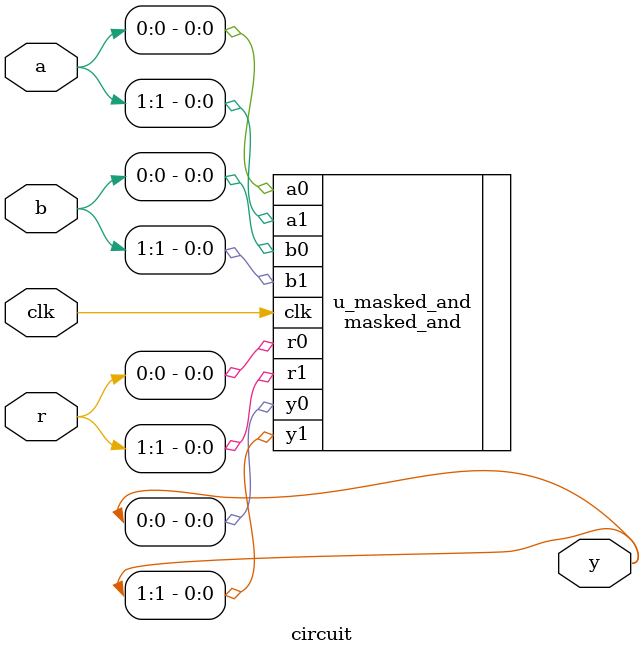
<source format=v>
module circuit (
  input  wire        clk,
  input  wire [1:0]  a,      // Masked input a (2 shares)
  input  wire [1:0]  b,      // Masked input b (2 shares)
  input  wire [1:0]  r,      // Fresh randomness
  output wire [1:0]  y       // Masked output y (2 shares)
);

  masked_and u_masked_and (
    .clk(clk),
    .a0(a[0]),
    .a1(a[1]),
    .b0(b[0]),
    .b1(b[1]),
    .r0(r[0]),
    .r1(r[1]),
    .y0(y[0]),
    .y1(y[1])
  );

endmodule


</source>
